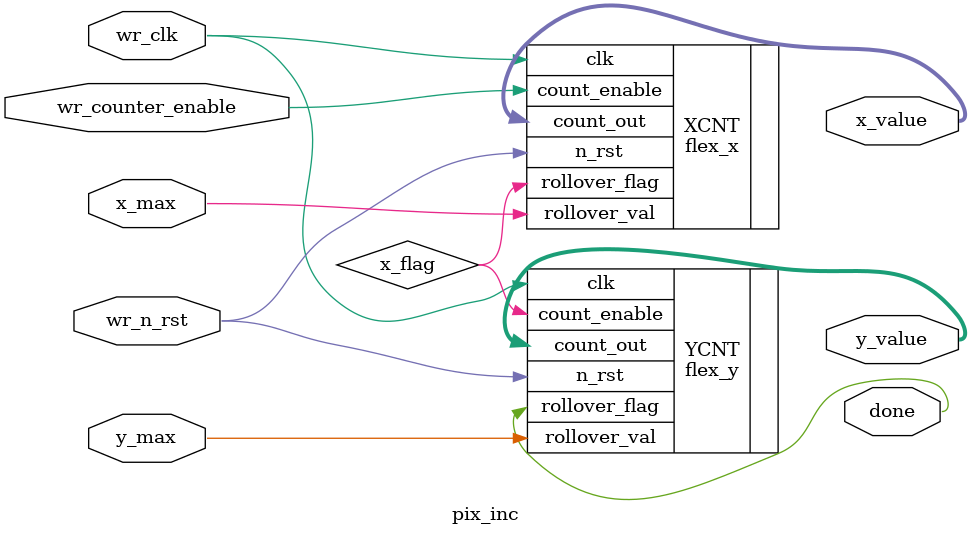
<source format=sv>

module pix_inc
#(
	parameter NUM_X_BITS = 10,
	parameter NUM_Y_BITS = 10
)

(
	input wire wr_clk, //wr = wrapper variable
	input wire wr_n_rst,
	input wire wr_counter_enable,
	input wire x_max,
	input wire y_max,

	output reg [NUM_X_BITS-1:0] x_value,
	output reg [NUM_Y_BITS-1:0] y_value,
	output reg done
);

reg x_count_out;
reg x_flag;

flex_x XCNT
(
	.clk(wr_clk),
	.n_rst(wr_n_rst),
	//.clear(), not used
	.count_enable(wr_counter_enable),
	.rollover_val(x_max),
	.count_out(x_value),
	.rollover_flag(x_flag)
);

flex_y YCNT
(
	.clk(wr_clk),
	.n_rst(wr_n_rst),
	//.clear(), not used
	.count_enable(x_flag),
	.rollover_val(y_max),
	.count_out(y_value),
	.rollover_flag(done)
);

endmodule


</source>
